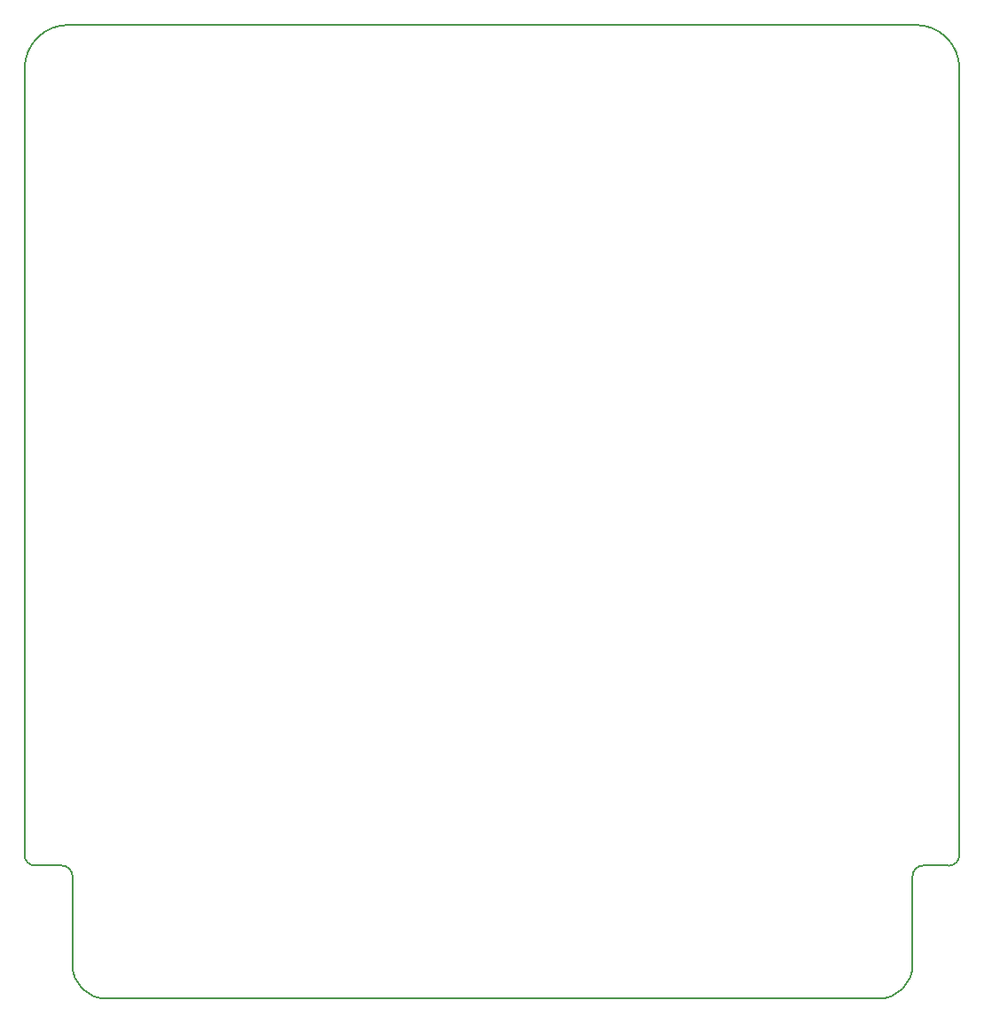
<source format=gbr>
G04 #@! TF.GenerationSoftware,KiCad,Pcbnew,(5.0.1-3-g963ef8bb5)*
G04 #@! TF.CreationDate,2021-05-26T22:53:26+02:00*
G04 #@! TF.ProjectId,EPS_v3_NanoSatLab,4550535F76335F4E616E6F5361744C61,rev?*
G04 #@! TF.SameCoordinates,Original*
G04 #@! TF.FileFunction,Profile,NP*
%FSLAX46Y46*%
G04 Gerber Fmt 4.6, Leading zero omitted, Abs format (unit mm)*
G04 Created by KiCad (PCBNEW (5.0.1-3-g963ef8bb5)) date 2021 May 26, Wednesday 22:53:26*
%MOMM*%
%LPD*%
G01*
G04 APERTURE LIST*
%ADD10C,0.200000*%
G04 APERTURE END LIST*
D10*
X99135975Y-51559142D02*
X99135975Y-126578042D01*
X100151975Y-127619442D02*
X102679275Y-127619442D01*
X184251298Y-47406165D02*
G75*
G02X188416975Y-51571842I0J-4165677D01*
G01*
X99135975Y-51571919D02*
G75*
G02X103301652Y-47406242I4165677J0D01*
G01*
X100151975Y-127619442D02*
G75*
G02X99123275Y-126590742I0J1028700D01*
G01*
X102679275Y-127617484D02*
G75*
G02X103707975Y-128584642I0J-1030658D01*
G01*
X183933875Y-128648142D02*
G75*
G02X184962575Y-127619442I1028700J0D01*
G01*
X188416975Y-126603442D02*
G75*
G02X187388275Y-127632142I-1028700J0D01*
G01*
X106997201Y-140304687D02*
G75*
G02X103707874Y-137131641I-114226J3173046D01*
G01*
X183933875Y-137131641D02*
G75*
G02X180758774Y-140306742I-3175101J0D01*
G01*
X103707975Y-137157142D02*
X103707975Y-128584642D01*
X106959175Y-140306742D02*
X180796975Y-140306742D01*
X183933875Y-137131742D02*
X183933875Y-128660842D01*
X184962575Y-127619442D02*
X187388275Y-127619442D01*
X188416975Y-51571842D02*
X188416975Y-126628842D01*
X184251375Y-47406242D02*
X103276175Y-47406242D01*
M02*

</source>
